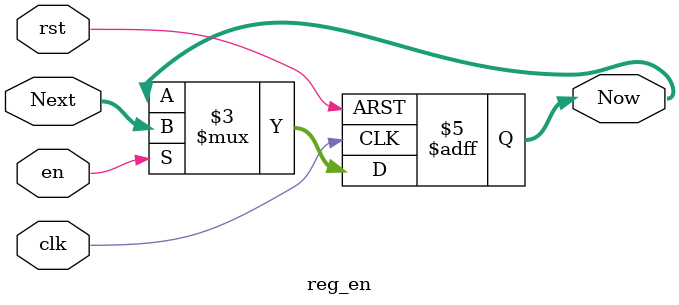
<source format=v>
module reg_en(input clk, rst, input[31:0] Next, input en, output reg[31:0] Now);
    always @(posedge clk, posedge rst) begin
        if (rst) begin Now = 32'b0; end
        else if(en) Now = Next;
    end
endmodule
</source>
